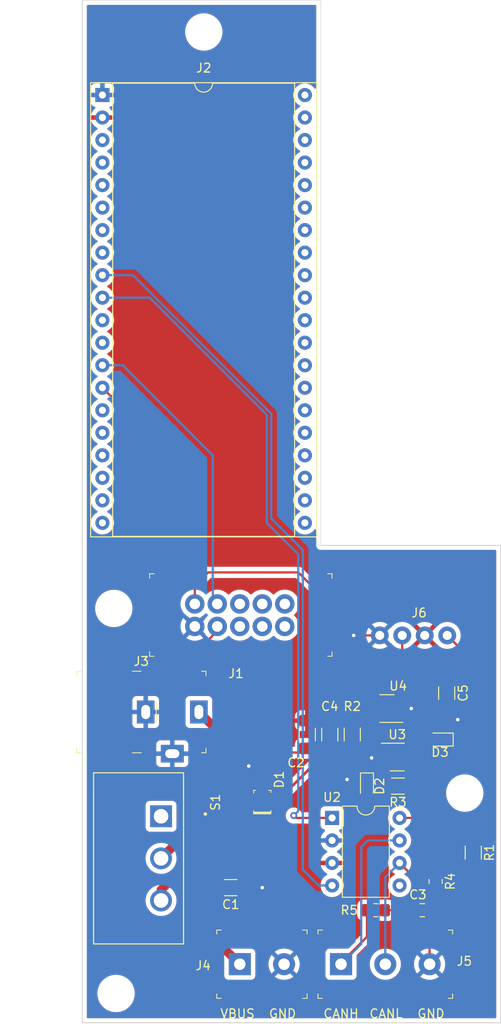
<source format=kicad_pcb>
(kicad_pcb (version 20211014) (generator pcbnew)
  (layers (0 "F.Cu" signal) (31 "B.Cu" signal) (34 "B.Paste" user) (35 "F.Paste" user) (36 "B.SilkS" user "B.Silkscreen") (37 "F.SilkS" user "F.Silkscreen") (38 "B.Mask" user) (39 "F.Mask" user) (44 "Edge.Cuts" user))
  (net 0 "")
  (net 1 "+3.3V")
  (net 2 "GND")
  (net 3 "Net-(J1-Pad3)")
  (net 4 "Net-(J1-Pad4)")
  (net 11 "VBUS")
  (net 18 "Net-(D2-Pad2)")
  (net 19 "Net-(J2-Pad10)")
  (net 28 "/CANH")
  (net 29 "/CANL")
  (net 30 "+5V")
  (net 32 "Net-(R2-Pad2)")
  (net 33 "Net-(C3-Pad1)")
  (net 36 "Net-(J3-Pad1)")
  (net 38 "Net-(D1-PadA)")
  (net 59 "Net-(U2-Pad4)")
  (net 60 "Net-(U2-Pad8)")
  (footprint "Package_TO_SOT_SMD:SOT-23-5" (layer "F.Cu") (at 120.75 103.75 180)
    (fp_text reference "U4" (at -1.27 2.54) (layer "F.SilkS"))
    (fp_text value "NCP718xSN330")
    (fp_line (start 0 -1.56) (end -1.8 -1.56) (layer "F.SilkS") (width 0.12))
    (fp_line (start 0 1.56) (end 0.8 1.56) (layer "F.SilkS") (width 0.12))
    (fp_line (start 0 -1.56) (end 0.8 -1.56) (layer "F.SilkS") (width 0.12))
    (fp_line (start 0 1.56) (end -0.8 1.56) (layer "F.SilkS") (width 0.12))
    (pad "1" smd roundrect (at -1.1375 -0.95 180) (size 1.325 0.6) (layers "F.Cu" "F.Paste" "F.Mask") (net 30 "+5V"))
    (pad "2" smd roundrect (at -1.1375 0 180) (size 1.325 0.6) (layers "F.Cu" "F.Paste" "F.Mask") (net 2 "GND"))
    (pad "3" smd roundrect (at -1.1375 0.95 180) (size 1.325 0.6) (layers "F.Cu" "F.Paste" "F.Mask") (net 30 "+5V"))
    (pad "4" smd roundrect (at 1.1375 0.95 180) (size 1.325 0.6) (layers "F.Cu" "F.Paste" "F.Mask"))
    (pad "5" smd roundrect (at 1.1375 -0.95 180) (size 1.325 0.6) (layers "F.Cu" "F.Paste" "F.Mask") (net 1 "+3.3V"))
  )
  (footprint "MountingHole:MountingHole_3.2mm_M3" (layer "F.Cu") (at 100.076 27.432)
    (fp_text reference "REF**" hide)
    (fp_text value "MountingHole_3.2mm_M3" hide)
    (pad "" np_thru_hole circle (at 0 0) (size 3.2 3.2) (drill 3.2) (layers *.Cu *.Mask))
  )
  (footprint "Capacitor_SMD:C_1206_3216Metric_Pad1.33x1.80mm_HandSolder" (layer "F.Cu") (at 114.3 106.68 -90)
    (fp_text reference "C4" (at -3.175 0 180) (layer "F.SilkS"))
    (fp_text value "10uF")
    (fp_line (start -0.711252 0.91) (end 0.711252 0.91) (layer "F.SilkS") (width 0.12))
    (fp_line (start -0.711252 -0.91) (end 0.711252 -0.91) (layer "F.SilkS") (width 0.12))
    (pad "1" smd roundrect (at -1.5625 0 270) (size 1.325 1.8) (layers "F.Cu" "F.Paste" "F.Mask") (roundrect_rratio 0.1886792453) (net 1 "+3.3V"))
    (pad "2" smd roundrect (at 1.5625 0 270) (size 1.325 1.8) (layers "F.Cu" "F.Paste" "F.Mask") (roundrect_rratio 0.1886792453) (net 2 "GND"))
  )
  (footprint "Capacitor_SMD:C_1206_3216Metric_Pad1.33x1.80mm_HandSolder" (layer "F.Cu") (at 111.76 106.68 -90)
    (fp_text reference "C2" (at 3.175 1.27 180) (layer "F.SilkS"))
    (fp_text value "10uF")
    (fp_line (start -0.711252 -0.91) (end 0.711252 -0.91) (layer "F.SilkS") (width 0.12))
    (fp_line (start -0.711252 0.91) (end 0.711252 0.91) (layer "F.SilkS") (width 0.12))
    (pad "1" smd roundrect (at -1.5625 0 270) (size 1.325 1.8) (layers "F.Cu" "F.Paste" "F.Mask") (roundrect_rratio 0.1886792453) (net 30 "+5V"))
    (pad "2" smd roundrect (at 1.5625 0 270) (size 1.325 1.8) (layers "F.Cu" "F.Paste" "F.Mask") (roundrect_rratio 0.1886792453) (net 2 "GND"))
  )
  (footprint "digikey-footprints:Barrel_Jack_5.5mmODx2.1mmID_PJ-102A" (layer "F.Cu") (at 96.52 104.14 90)
    (fp_text reference "J3" (at 5.715 -3.5 180) (layer "F.SilkS"))
    (fp_text value "PJ-102A")
    (fp_line (start 4.6 -10.8) (end 4.1 -10.8) (layer "F.SilkS") (width 0.1))
    (fp_line (start 4.6 -10.8) (end 4.6 -10.3) (layer "F.SilkS") (width 0.1))
    (fp_line (start -4.6 -10.8) (end -4.1 -10.8) (layer "F.SilkS") (width 0.1))
    (fp_line (start -4.6 3.8) (end -4.1 3.8) (layer "F.SilkS") (width 0.1))
    (fp_line (start -4.6 -10.8) (end -4.6 -10.3) (layer "F.SilkS") (width 0.1))
    (fp_line (start 4.6 3.8) (end 4.6 3.3) (layer "F.SilkS") (width 0.1))
    (fp_line (start -4.6 -3.5) (end -4.6 -4.5) (layer "F.SilkS") (width 0.1))
    (fp_line (start 4.6 3.8) (end 4.1 3.8) (layer "F.SilkS") (width 0.1))
    (fp_line (start -4.6 3.8) (end -4.6 3.3) (layer "F.SilkS") (width 0.1))
    (fp_line (start -1.2 -1.8) (end 1.2 -1.8) (layer "F.SilkS") (width 0.1))
    (fp_line (start 4.6 -3.5) (end 4.6 -4.5) (layer "F.SilkS") (width 0.1))
    (pad "1" thru_hole rect locked (at 0 3 90) (size 2.6 2) (drill oval 1.6 1) (layers *.Cu *.Mask) (net 36 "Net-(J3-Pad1)"))
    (pad "2" thru_hole rect locked (at 0 -3 90) (size 2.6 2) (drill oval 1.6 1) (layers *.Cu *.Mask) (net 2 "GND"))
    (pad "3" thru_hole rect locked (at -4.7 0 90) (size 2 2.6) (drill oval 1 1.6) (layers *.Cu *.Mask) (net 2 "GND"))
  )
  (footprint "digikey-footprints:SOD-123" (layer "F.Cu") (at 106.68 114.3 90)
    (fp_text reference "D1" (at 2.54 1.905 90) (layer "F.SilkS"))
    (fp_text value "1N5819HW-7-F")
    (fp_line (start 1.325 0.725) (end 1.325 0.975) (layer "F.SilkS") (width 0.1))
    (fp_line (start -0.975 -0.975) (end -1.325 -0.975) (layer "F.SilkS") (width 0.1))
    (fp_line (start -1.325 -0.975) (end -1.325 0.975) (layer "F.SilkS") (width 0.1))
    (fp_line (start 1.325 0.975) (end 1.075 0.975) (layer "F.SilkS") (width 0.1))
    (fp_line (start -1.225 -0.975) (end -1.225 0.975) (layer "F.SilkS") (width 0.1))
    (fp_line (start -1.125 -0.975) (end -1.125 0.975) (layer "F.SilkS") (width 0.1))
    (fp_line (start -0.975 0.975) (end -1.325 0.975) (layer "F.SilkS") (width 0.1))
    (fp_line (start 1.325 -0.975) (end 1.325 -0.75) (layer "F.SilkS") (width 0.1))
    (fp_line (start 1.025 -0.975) (end 1.325 -0.975) (layer "F.SilkS") (width 0.1))
    (pad "A" smd rect locked (at 1.575 0 90) (size 0.9 0.95) (layers "F.Cu" "F.Paste" "F.Mask") (net 38 "Net-(D1-PadA)"))
    (pad "K" smd rect locked (at -1.575 0 90) (size 0.9 0.95) (layers "F.Cu" "F.Paste" "F.Mask") (net 11 "VBUS"))
  )
  (footprint "Switches:SW_L102021ML04Q" (layer "F.Cu") (at 95.25 120.65 -90)
    (fp_text reference "S1" (at -6.325 -6.135 -90) (layer "F.SilkS"))
    (fp_text value "L102021ML04Q")
    (fp_line (start 9.65 -2.54) (end 9.65 7.62) (layer "F.SilkS") (width 0.127))
    (fp_line (start 9.65 7.62) (end -9.65 7.62) (layer "F.SilkS") (width 0.127))
    (fp_line (start -9.65 7.62) (end -9.65 -2.54) (layer "F.SilkS") (width 0.127))
    (fp_line (start -9.65 -2.54) (end 9.65 -2.54) (layer "F.SilkS") (width 0.127))
    (fp_circle (center -5 -5) (end -4.9 -5) (layer "F.SilkS") (width 0.2) (fill none))
    (pad "1" thru_hole rect (at -4.75 0 270) (size 2.475 2.475) (drill 1.65) (layers *.Cu *.Mask))
    (pad "2" thru_hole circle (at 0 0 270) (size 2.475 2.475) (drill 1.65) (layers *.Cu *.Mask) (net 36 "Net-(J3-Pad1)"))
    (pad "3" thru_hole circle (at 4.75 0 270) (size 2.475 2.475) (drill 1.65) (layers *.Cu *.Mask) (net 38 "Net-(D1-PadA)"))
  )
  (footprint "Resistor_SMD:R_0805_2012Metric_Pad1.20x1.40mm_HandSolder" (layer "F.Cu") (at 119.5 126.5)
    (fp_text reference "R5" (at -3 0) (layer "F.SilkS"))
    (fp_text value "60R")
    (fp_line (start -0.227064 0.735) (end 0.227064 0.735) (layer "F.SilkS") (width 0.12))
    (fp_line (start -0.227064 -0.735) (end 0.227064 -0.735) (layer "F.SilkS") (width 0.12))
    (pad "1" smd roundrect (at -1 0) (size 1.2 1.4) (layers "F.Cu" "F.Paste" "F.Mask") (roundrect_rratio 0.208333) (net 28 "/CANH"))
    (pad "2" smd roundrect (at 1 0) (size 1.2 1.4) (layers "F.Cu" "F.Paste" "F.Mask") (roundrect_rratio 0.208333) (net 33 "Net-(C3-Pad1)"))
  )
  (footprint "MountingHole:MountingHole_3.2mm_M3" (layer "F.Cu") (at 129.54 113.284)
    (fp_text reference "REF**" hide)
    (fp_text value "MountingHole_3.2mm_M3" hide)
    (pad "" np_thru_hole circle (at 0 0) (size 3.2 3.2) (drill 3.2) (layers *.Cu *.Mask))
  )
  (footprint "digikey-footprints:Term_Block_1x3_P5mm" (layer "F.Cu") (at 115.57 132.588)
    (fp_text reference "J5" (at 13.93 -0.338) (layer "F.SilkS"))
    (fp_text value "OSTTC030162")
    (fp_line (start 12.6 3.85) (end 12.1 3.85) (layer "F.SilkS") (width 0.1))
    (fp_line (start -2.6 3.85) (end -2.6 3.35) (layer "F.SilkS") (width 0.1))
    (fp_line (start 12.6 3.85) (end 12.6 3.35) (layer "F.SilkS") (width 0.1))
    (fp_line (start 12.6 -3.85) (end 12.1 -3.85) (layer "F.SilkS") (width 0.1))
    (fp_line (start -2.6 3.85) (end -2.1 3.85) (layer "F.SilkS") (width 0.1))
    (fp_line (start -2.6 -3.85) (end -2.6 -3.4) (layer "F.SilkS") (width 0.1))
    (fp_line (start 12.6 -3.85) (end 12.6 -3.4) (layer "F.SilkS") (width 0.1))
    (fp_line (start -2.6 -3.85) (end -2.1 -3.85) (layer "F.SilkS") (width 0.1))
    (pad "1" thru_hole rect locked (at 0 0) (size 2.5 2.5) (drill 1.3) (layers *.Cu *.Mask) (net 28 "/CANH"))
    (pad "2" thru_hole circle locked (at 5 0) (size 2.5 2.5) (drill 1.3) (layers *.Cu *.Mask) (net 29 "/CANL"))
    (pad "3" thru_hole circle locked (at 10 0) (size 2.5 2.5) (drill 1.3) (layers *.Cu *.Mask) (net 2 "GND"))
  )
  (footprint "digikey-footprints:PinHeader_1x4_P2.54mm_Drill1.02mm" (layer "F.Cu") (at 119.94 95.5)
    (fp_text reference "J6" (at 4.445 -2.54) (layer "F.SilkS"))
    (fp_text value "0022232041")
    (pad "1" thru_hole circle (at 0 0) (size 2.02 2.02) (drill 1.02) (layers *.Cu *.Mask) (net 2 "GND"))
    (pad "2" thru_hole circle (at 2.54 0) (size 2.02 2.02) (drill 1.02) (layers *.Cu *.Mask) (net 1 "+3.3V"))
    (pad "3" thru_hole circle (at 5.08 0) (size 2.02 2.02) (drill 1.02) (layers *.Cu *.Mask) (net 30 "+5V"))
    (pad "4" thru_hole circle (at 7.62 0) (size 2.02 2.02) (drill 1.02) (layers *.Cu *.Mask) (net 11 "VBUS"))
  )
  (footprint "digikey-footprints:PinHeader_2x5_P2.54mm_Drill1.2mm" (layer "F.Cu") (at 99.06 91.948)
    (fp_text reference "J1" (at 4.657 7.854) (layer "F.SilkS"))
    (fp_text value "302-S101")
    (fp_line (start 15.5 -3.4) (end 15.5 -2.9) (layer "F.SilkS") (width 0.1))
    (fp_line (start -5.1 -3.4) (end -5.1 -2.9) (layer "F.SilkS") (width 0.1))
    (fp_line (start 15.5 5.9) (end 15.5 5.4) (layer "F.SilkS") (width 0.1))
    (fp_line (start -5.1 -3.4) (end -4.6 -3.4) (layer "F.SilkS") (width 0.1))
    (fp_line (start 15.5 5.9) (end 15 5.9) (layer "F.SilkS") (width 0.1))
    (fp_line (start -5.1 5.9) (end -4.6 5.9) (layer "F.SilkS") (width 0.1))
    (fp_line (start -5.1 5.9) (end -5.1 5.4) (layer "F.SilkS") (width 0.1))
    (fp_line (start 15.5 -3.4) (end 15 -3.4) (layer "F.SilkS") (width 0.1))
    (pad "1" thru_hole circle locked (at 0 0) (size 2.2 2.2) (drill 1.2) (layers *.Cu *.Mask) (net 1 "+3.3V"))
    (pad "2" thru_hole circle locked (at 0 2.54) (size 2.2 2.2) (drill 1.2) (layers *.Cu *.Mask) (net 2 "GND"))
    (pad "3" thru_hole circle locked (at 2.54 0) (size 2.2 2.2) (drill 1.2) (layers *.Cu *.Mask) (net 3 "Net-(J1-Pad3)"))
    (pad "4" thru_hole circle locked (at 2.54 2.54) (size 2.2 2.2) (drill 1.2) (layers *.Cu *.Mask) (net 4 "Net-(J1-Pad4)"))
    (pad "5" thru_hole circle locked (at 5.08 0) (size 2.2 2.2) (drill 1.2) (layers *.Cu *.Mask))
    (pad "6" thru_hole circle locked (at 5.08 2.54) (size 2.2 2.2) (drill 1.2) (layers *.Cu *.Mask))
    (pad "7" thru_hole circle locked (at 7.62 0) (size 2.2 2.2) (drill 1.2) (layers *.Cu *.Mask))
    (pad "8" thru_hole circle locked (at 7.62 2.54) (size 2.2 2.2) (drill 1.2) (layers *.Cu *.Mask))
    (pad "9" thru_hole circle locked (at 10.16 0) (size 2.2 2.2) (drill 1.2) (layers *.Cu *.Mask))
    (pad "10" thru_hole circle locked (at 10.16 2.54) (size 2.2 2.2) (drill 1.2) (layers *.Cu *.Mask))
  )
  (footprint "Resistor_SMD:R_1206_3216Metric_Pad1.30x1.75mm_HandSolder" (layer "F.Cu") (at 130.5 120 -90)
    (fp_text reference "R1" (at 0 -1.82 90) (layer "F.SilkS"))
    (fp_text value "10k")
    (fp_line (start -0.727064 -0.91) (end 0.727064 -0.91) (layer "F.SilkS") (width 0.12))
    (fp_line (start -0.727064 0.91) (end 0.727064 0.91) (layer "F.SilkS") (width 0.12))
    (pad "1" smd roundrect (at -1.55 0 270) (size 1.3 1.75) (layers "F.Cu" "F.Paste" "F.Mask") (roundrect_rratio 0.192308) (net 60 "Net-(U2-Pad8)"))
    (pad "2" smd roundrect (at 1.55 0 270) (size 1.3 1.75) (layers "F.Cu" "F.Paste" "F.Mask") (roundrect_rratio 0.192308) (net 2 "GND"))
  )
  (footprint "Capacitor_SMD:C_0805_2012Metric_Pad1.18x1.45mm_HandSolder" (layer "F.Cu") (at 124.75 126.5)
    (fp_text reference "C3" (at -0.5 -1.75) (layer "F.SilkS"))
    (fp_text value "1nF")
    (fp_line (start -0.261252 -0.735) (end 0.261252 -0.735) (layer "F.SilkS") (width 0.12))
    (fp_line (start -0.261252 0.735) (end 0.261252 0.735) (layer "F.SilkS") (width 0.12))
    (pad "1" smd roundrect (at -1.0375 0) (size 1.175 1.45) (layers "F.Cu" "F.Paste" "F.Mask") (roundrect_rratio 0.212766) (net 33 "Net-(C3-Pad1)"))
    (pad "2" smd roundrect (at 1.0375 0) (size 1.175 1.45) (layers "F.Cu" "F.Paste" "F.Mask") (roundrect_rratio 0.212766) (net 2 "GND"))
  )
  (footprint "Capacitor_SMD:C_1206_3216Metric_Pad1.33x1.80mm_HandSolder" (layer "F.Cu") (at 103.124 123.952)
    (fp_text reference "C1" (at 0 1.905) (layer "F.SilkS"))
    (fp_text value "10uF")
    (fp_line (start -0.711252 0.91) (end 0.711252 0.91) (layer "F.SilkS") (width 0.12))
    (fp_line (start -0.711252 -0.91) (end 0.711252 -0.91) (layer "F.SilkS") (width 0.12))
    (pad "1" smd roundrect (at -1.5625 0) (size 1.325 1.8) (layers "F.Cu" "F.Paste" "F.Mask") (roundrect_rratio 0.1886792453) (net 11 "VBUS"))
    (pad "2" smd roundrect (at 1.5625 0) (size 1.325 1.8) (layers "F.Cu" "F.Paste" "F.Mask") (roundrect_rratio 0.1886792453) (net 2 "GND"))
  )
  (footprint "digikey-footprints:Term_Block_1x2_P5mm" (layer "F.Cu") (at 104.14 132.588)
    (fp_text reference "J4" (at -4.14 0.162) (layer "F.SilkS"))
    (fp_text value "OSTTC020162")
    (fp_line (start -2.6 3.85) (end -2.1 3.85) (layer "F.SilkS") (width 0.1))
    (fp_line (start -2.6 -3.85) (end -2.6 -3.4) (layer "F.SilkS") (width 0.1))
    (fp_line (start -2.6 3.85) (end -2.6 3.35) (layer "F.SilkS") (width 0.1))
    (fp_line (start 7.6 3.85) (end 7.1 3.85) (layer "F.SilkS") (width 0.1))
    (fp_line (start 7.6 -3.85) (end 7.1 -3.85) (layer "F.SilkS") (width 0.1))
    (fp_line (start 7.6 -3.85) (end 7.6 -3.4) (layer "F.SilkS") (width 0.1))
    (fp_line (start -2.6 -3.85) (end -2.1 -3.85) (layer "F.SilkS") (width 0.1))
    (fp_line (start 7.6 3.85) (end 7.6 3.35) (layer "F.SilkS") (width 0.1))
    (pad "1" thru_hole rect locked (at 0 0) (size 2.5 2.5) (drill 1.3) (layers *.Cu *.Mask) (net 11 "VBUS"))
    (pad "2" thru_hole circle locked (at 5 0) (size 2.5 2.5) (drill 1.3) (layers *.Cu *.Mask) (net 2 "GND"))
  )
  (footprint "Package_DIP:DIP-8_W7.62mm" (layer "F.Cu") (at 114.564 116.088)
    (fp_text reference "U2" (at -0.01 -2.33) (layer "F.SilkS"))
    (fp_text value "MCP2551-I-P")
    (fp_line (start 1.16 8.95) (end 6.46 8.95) (layer "F.SilkS") (width 0.12))
    (fp_line (start 6.46 -1.33) (end 4.81 -1.33) (layer "F.SilkS") (width 0.12))
    (fp_line (start 6.46 8.95) (end 6.46 -1.33) (layer "F.SilkS") (width 0.12))
    (fp_line (start 2.81 -1.33) (end 1.16 -1.33) (layer "F.SilkS") (width 0.12))
    (fp_line (start 1.16 -1.33) (end 1.16 8.95) (layer "F.SilkS") (width 0.12))
    (fp_arc (start 4.81 -1.33) (mid 3.81 -0.33) (end 2.81 -1.33) (layer "F.SilkS") (width 0.12))
    (pad "1" thru_hole rect (at 0 0) (size 1.6 1.6) (drill 0.8) (layers *.Cu *.Mask) (net 19 "Net-(J2-Pad10)"))
    (pad "2" thru_hole oval (at 0 2.54) (size 1.6 1.6) (drill 0.8) (layers *.Cu *.Mask) (net 2 "GND"))
    (pad "3" thru_hole oval (at 0 5.08) (size 1.6 1.6) (drill 0.8) (layers *.Cu *.Mask) (net 30 "+5V"))
    (pad "4" thru_hole oval (at 0 7.62) (size 1.6 1.6) (drill 0.8) (layers *.Cu *.Mask) (net 59 "Net-(U2-Pad4)"))
    (pad "5" thru_hole oval (at 7.62 7.62) (size 1.6 1.6) (drill 0.8) (layers *.Cu *.Mask))
    (pad "6" thru_hole oval (at 7.62 5.08) (size 1.6 1.6) (drill 0.8) (layers *.Cu *.Mask) (net 29 "/CANL"))
    (pad "7" thru_hole oval (at 7.62 2.54) (size 1.6 1.6) (drill 0.8) (layers *.Cu *.Mask) (net 28 "/CANH"))
    (pad "8" thru_hole oval (at 7.62 0) (size 1.6 1.6) (drill 0.8) (layers *.Cu *.Mask) (net 60 "Net-(U2-Pad8)"))
  )
  (footprint "Resistor_SMD:R_1206_3216Metric_Pad1.30x1.75mm_HandSolder" (layer "F.Cu") (at 122 112.5 180)
    (fp_text reference "R3" (at 0 -1.82) (layer "F.SilkS"))
    (fp_text value "1k6")
    (fp_line (start -0.727064 0.91) (end 0.727064 0.91) (layer "F.SilkS") (width 0.12))
    (fp_line (start -0.727064 -0.91) (end 0.727064 -0.91) (layer "F.SilkS") (width 0.12))
    (pad "1" smd roundrect (at -1.55 0 180) (size 1.3 1.75) (layers "F.Cu" "F.Paste" "F.Mask") (roundrect_rratio 0.192308) (net 30 "+5V"))
    (pad "2" smd roundrect (at 1.55 0 180) (size 1.3 1.75) (layers "F.Cu" "F.Paste" "F.Mask") (roundrect_rratio 0.192308) (net 18 "Net-(D2-Pad2)"))
  )
  (footprint "Package_TO_SOT_SMD:SOT-23-5" (layer "F.Cu") (at 121.92 109.22)
    (fp_text reference "U3" (at 0 -2.54) (layer "F.SilkS"))
    (fp_text value "NCP718xSN500")
    (fp_line (start 0 1.56) (end -0.8 1.56) (layer "F.SilkS") (width 0.12))
    (fp_line (start 0 -1.56) (end 0.8 -1.56) (layer "F.SilkS") (width 0.12))
    (fp_line (start 0 1.56) (end 0.8 1.56) (layer "F.SilkS") (width 0.12))
    (fp_line (start 0 -1.56) (end -1.8 -1.56) (layer "F.SilkS") (width 0.12))
    (pad "1" smd roundrect (at -1.1375 -0.95) (size 1.325 0.6) (layers "F.Cu" "F.Paste" "F.Mask") (net 11 "VBUS"))
    (pad "2" smd roundrect (at -1.1375 0) (size 1.325 0.6) (layers "F.Cu" "F.Paste" "F.Mask") (net 2 "GND"))
    (pad "3" smd roundrect (at -1.1375 0.95) (size 1.325 0.6) (layers "F.Cu" "F.Paste" "F.Mask") (net 11 "VBUS"))
    (pad "4" smd roundrect (at 1.1375 0.95) (size 1.325 0.6) (layers "F.Cu" "F.Paste" "F.Mask"))
    (pad "5" smd roundrect (at 1.1375 -0.95) (size 1.325 0.6) (layers "F.Cu" "F.Paste" "F.Mask") (net 30 "+5V"))
  )
  (footprint "Capacitor_SMD:C_1206_3216Metric_Pad1.33x1.80mm_HandSolder" (layer "F.Cu") (at 127.5 102 -90)
    (fp_text reference "C5" (at 0 -1.85 90) (layer "F.SilkS"))
    (fp_text value "100nF")
    (fp_line (start -0.711252 -0.91) (end 0.711252 -0.91) (layer "F.SilkS") (width 0.12))
    (fp_line (start -0.711252 0.91) (end 0.711252 0.91) (layer "F.SilkS") (width 0.12))
    (pad "1" smd roundrect (at -1.5625 0 270) (size 1.325 1.8) (layers "F.Cu" "F.Paste" "F.Mask") (roundrect_rratio 0.188679) (net 1 "+3.3V"))
    (pad "2" smd roundrect (at 1.5625 0 270) (size 1.325 1.8) (layers "F.Cu" "F.Paste" "F.Mask") (roundrect_rratio 0.188679) (net 2 "GND"))
  )
  (footprint "Resistor_SMD:R_1206_3216Metric_Pad1.30x1.75mm_HandSolder" (layer "F.Cu") (at 116.84 106.68 -90)
    (fp_text reference "R2" (at -3.175 0 180) (layer "F.SilkS"))
    (fp_text value "750R")
    (fp_line (start -0.727064 0.91) (end 0.727064 0.91) (layer "F.SilkS") (width 0.12))
    (fp_line (start -0.727064 -0.91) (end 0.727064 -0.91) (layer "F.SilkS") (width 0.12))
    (pad "1" smd roundrect (at -1.55 0 270) (size 1.3 1.75) (layers "F.Cu" "F.Paste" "F.Mask") (roundrect_rratio 0.1923076923) (net 1 "+3.3V"))
    (pad "2" smd roundrect (at 1.55 0 270) (size 1.3 1.75) (layers "F.Cu" "F.Paste" "F.Mask") (roundrect_rratio 0.1923076923) (net 32 "Net-(R2-Pad2)"))
  )
  (footprint "Resistor_SMD:R_0805_2012Metric_Pad1.20x1.40mm_HandSolder" (layer "F.Cu") (at 126.25 123.25 -90)
    (fp_text reference "R4" (at 0 -1.65 90) (layer "F.SilkS"))
    (fp_text value "60R")
    (fp_line (start -0.227064 0.735) (end 0.227064 0.735) (layer "F.SilkS") (width 0.12))
    (fp_line (start -0.227064 -0.735) (end 0.227064 -0.735) (layer "F.SilkS") (width 0.12))
    (pad "1" smd roundrect (at -1 0 270) (size 1.2 1.4) (layers "F.Cu" "F.Paste" "F.Mask") (roundrect_rratio 0.208333) (net 29 "/CANL"))
    (pad "2" smd roundrect (at 1 0 270) (size 1.2 1.4) (layers "F.Cu" "F.Paste" "F.Mask") (roundrect_rratio 0.208333) (net 33 "Net-(C3-Pad1)"))
  )
  (footprint "MountingHole:MountingHole_3.2mm_M3" (layer "F.Cu") (at 89.916 92.456)
    (fp_text reference "REF**" hide)
    (fp_text value "MountingHole_3.2mm_M3" hide)
    (pad "" np_thru_hole circle (at 0 0) (size 3.2 3.2) (drill 3.2) (layers *.Cu *.Mask))
  )
  (footprint "Package_DIP:DIP-40_W22.86_Socket" (layer "F.Cu") (at 100.076 57.404)
    (fp_text reference "J2" (at 0 -25.908 unlocked) (layer "F.SilkS"))
    (fp_text value "LPC1768 Socket")
    (fp_line (start -10.286 -24.19) (end -10.286 26.924) (layer "F.SilkS") (width 0.12))
    (fp_line (start -10.286 26.924) (end 10.254 26.924) (layer "F.SilkS") (width 0.12))
    (fp_line (start 10.254 -24.19) (end 0.984 -24.19) (layer "F.SilkS") (width 0.12))
    (fp_line (start -12.776 26.984) (end 12.744 26.984) (layer "F.SilkS") (width 0.12))
    (fp_line (start 10.254 26.924) (end 10.254 -24.19) (layer "F.SilkS") (width 0.12))
    (fp_line (start -12.776 -24.25) (end -12.776 26.984) (layer "F.SilkS") (width 0.12))
    (fp_line (start -1.016 -24.19) (end -10.286 -24.19) (layer "F.SilkS") (width 0.12))
    (fp_line (start 12.744 26.984) (end 12.744 -24.25) (layer "F.SilkS") (width 0.12))
    (fp_line (start 12.744 -24.25) (end -12.776 -24.25) (layer "F.SilkS") (width 0.12))
    (fp_arc (start 0.984 -24.19) (mid -0.016 -23.19) (end -1.016 -24.19) (layer "F.SilkS") (width 0.12))
    (pad "1" thru_hole rect (at -11.446 -22.86) (size 1.6 1.6) (drill 0.8) (layers *.Cu *.Mask) (net 2 "GND"))
    (pad "2" thru_hole oval (at -11.446 -20.32) (size 1.6 1.6) (drill 0.8) (layers *.Cu *.Mask) (net 30 "+5V"))
    (pad "3" thru_hole oval (at -11.446 -17.78) (size 1.6 1.6) (drill 0.8) (layers *.Cu *.Mask))
    (pad "4" thru_hole oval (at -11.446 -15.24) (size 1.6 1.6) (drill 0.8) (layers *.Cu *.Mask))
    (pad "5" thru_hole oval (at -11.446 -12.7) (size 1.6 1.6) (drill 0.8) (layers *.Cu *.Mask))
    (pad "6" thru_hole oval (at -11.446 -10.16) (size 1.6 1.6) (drill 0.8) (layers *.Cu *.Mask))
    (pad "7" thru_hole oval (at -11.446 -7.62) (size 1.6 1.6) (drill 0.8) (layers *.Cu *.Mask))
    (pad "8" thru_hole oval (at -11.446 -5.08) (size 1.6 1.6) (drill 0.8) (layers *.Cu *.Mask))
    (pad "9" thru_hole oval (at -11.446 -2.54) (size 1.6 1.6) (drill 0.8) (layers *.Cu *.Mask) (net 59 "Net-(U2-Pad4)"))
    (pad "10" thru_hole oval (at -11.446 0) (size 1.6 1.6) (drill 0.8) (layers *.Cu *.Mask) (net 19 "Net-(J2-Pad10)"))
    (pad "11" thru_hole oval (at -11.446 2.54) (size 1.6 1.6) (drill 0.8) (layers *.Cu *.Mask))
    (pad "12" thru_hole oval (at -11.446 5.08) (size 1.6 1.6) (drill 0.8) (layers *.Cu *.Mask))
    (pad "13" thru_hole oval (at -11.446 7.62) (size 1.6 1.6) (drill 0.8) (layers *.Cu *.Mask) (net 3 "Net-(J1-Pad3)"))
    (pad "14" thru_hole oval (at -11.446 10.16) (size 1.6 1.6) (drill 0.8) (layers *.Cu *.Mask) (net 4 "Net-(J1-Pad4)"))
    (pad "15" thru_hole oval (at -11.446 12.7) (size 1.6 1.6) (drill 0.8) (layers *.Cu *.Mask))
    (pad "16" thru_hole oval (at -11.446 15.24) (size 1.6 1.6) (drill 0.8) (layers *.Cu *.Mask))
    (pad "17" thru_hole oval (at -11.446 17.78) (size 1.6 1.6) (drill 0.8) (layers *.Cu *.Mask))
    (pad "18" thru_hole oval (at -11.446 20.32) (size 1.6 1.6) (drill 0.8) (layers *.Cu *.Mask))
    (pad "19" thru_hole oval (at -11.446 22.86) (size 1.6 1.6) (drill 0.8) (layers *.Cu *.Mask))
    (pad "20" thru_hole oval (at -11.446 25.4) (size 1.6 1.6) (drill 0.8) (layers *.Cu *.Mask))
    (pad "21" thru_hole oval (at 11.414 25.4) (size 1.6 1.6) (drill 0.8) (layers *.Cu *.Mask))
    (pad "22" thru_hole oval (at 11.414 22.86) (size 1.6 1.6) (drill 0.8) (layers *.Cu *.Mask))
    (pad "23" thru_hole oval (at 11.414 20.32) (size 1.6 1.6) (drill 0.8) (layers *.Cu *.Mask))
    (pad "24" thru_hole oval (at 11.414 17.78) (size 1.6 1.6) (drill 0.8) (layers *.Cu *.Mask))
    (pad "25" thru_hole oval (at 11.414 15.24) (size 1.6 1.6) (drill 0.8) (layers *.Cu *.Mask))
    (pad "26" thru_hole oval (at 11.414 12.7) (size 1.6 1.6) (drill 0.8) (layers *.Cu *.Mask))
    (pad "27" thru_hole oval (at 11.414 10.16) (size 1.6 1.6) (drill 0.8) (layers *.Cu *.Mask))
    (pad "28" thru_hole oval (at 11.414 7.62) (size 1.6 1.6) (drill 0.8) (layers *.Cu *.Mask))
    (pad "29" thru_hole oval (at 11.414 5.08) (size 1.6 1.6) (drill 0.8) (layers *.Cu *.Mask))
    (pad "30" thru_hole oval (at 11.414 2.54) (size 1.6 1.6) (drill 0.8) (layers *.Cu *.Mask))
    (pad "31" thru_hole oval (at 11.414 0) (size 1.6 1.6) (drill 0.8) (layers *.Cu *.Mask))
    (pad "32" thru_hole oval (at 11.414 -2.54) (size 1.6 1.6) (drill 0.8) (layers *.Cu *.Mask))
    (pad "33" thru_hole oval (at 11.414 -5.08) (size 1.6 1.6) (drill 0.8) (layers *.Cu *.Mask))
    (pad "34" thru_hole oval (at 11.414 -7.62) (size 1.6 1.6) (drill 0.8) (layers *.Cu *.Mask))
    (pad "35" thru_hole oval (at 11.414 -10.16) (size 1.6 1.6) (drill 0.8) (layers *.Cu *.Mask))
    (pad "36" thru_hole oval (at 11.414 -12.7) (size 1.6 1.6) (drill 0.8) (layers *.Cu *.Mask))
    (pad "37" thru_hole oval (at 11.414 -15.24) (size 1.6 1.6) (drill 0.8) (layers *.Cu *.Mask))
    (pad "38" thru_hole oval (at 11.414 -17.78) (size 1.6 1.6) (drill 0.8) (layers *.Cu *.Mask))
    (pad "39" thru_hole oval (at 11.414 -20.32) (size 1.6 1.6) (drill 0.8) (layers *.Cu *.Mask))
    (pad "40" thru_hole oval (at 11.414 -22.86) (size 1.6 1.6) (drill 0.8) (layers *.Cu *.Mask))
  )
  (footprint "LED_SMD:LED_0603_1608Metric" (layer "F.Cu") (at 118.5 112.5 -90)
    (fp_text reference "D2" (at 0 -1.43 90) (layer "F.SilkS"))
    (fp_text value "LED Low current")
    (fp_line (start -1.485 -0.735) (end -1.485 0.735) (layer "F.SilkS") (width 0.12))
    (fp_line (start 0.8 -0.735) (end -1.485 -0.735) (layer "F.SilkS") (width 0.12))
    (fp_line (start -1.485 0.735) (end 0.8 0.735) (layer "F.SilkS") (width 0.12))
    (pad "1" smd roundrect (at -0.7875 0 270) (size 0.875 0.95) (layers "F.Cu" "F.Paste" "F.Mask") (net 2 "GND"))
    (pad "2" smd roundrect (at 0.7875 0 270) (size 0.875 0.95) (layers "F.Cu" "F.Paste" "F.Mask") (net 18 "Net-(D2-Pad2)"))
  )
  (footprint "MountingHole:MountingHole_3.2mm_M3" (layer "F.Cu") (at 90.17 135.89)
    (fp_text reference "REF**" hide)
    (fp_text value "MountingHole_3.2mm_M3" hide)
    (pad "" np_thru_hole circle (at 0 0) (size 3.2 3.2) (drill 3.2) (layers *.Cu *.Mask))
  )
  (footprint "LED_SMD:LED_0603_1608Metric" (layer "F.Cu") (at 126.75 107.25 180)
    (fp_text reference "D3" (at 0 -1.43) (layer "F.SilkS"))
    (fp_text value "LED Low current")
    (fp_line (start -1.485 -0.735) (end -1.485 0.735) (layer "F.SilkS") (width 0.12))
    (fp_line (start -1.485 0.735) (end 0.8 0.735) (layer "F.SilkS") (width 0.12))
    (fp_line (start 0.8 -0.735) (end -1.485 -0.735) (layer "F.SilkS") (width 0.12))
    (pad "1" smd roundrect (at -0.7875 0 180) (size 0.875 0.95) (layers "F.Cu" "F.Paste" "F.Mask") (net 2 "GND"))
    (pad "2" smd roundrect (at 0.7875 0 180) (size 0.875 0.95) (layers "F.Cu" "F.Paste" "F.Mask") (net 32 "Net-(R2-Pad2)"))
  )
  (gr_line (start 113.284 85.344) (end 133.604 85.344) (layer "Edge.Cuts") (width 0.1))
  (gr_line (start 113.284 23.876) (end 113.284 85.344) (layer "Edge.Cuts") (width 0.05))
  (gr_line (start 86.36 139.192) (end 86.36 23.876) (layer "Edge.Cuts") (width 0.1))
  (gr_line (start 133.604 85.344) (end 133.604 139.192) (layer "Edge.Cuts") (width 0.1))
  (gr_line (start 86.36 23.876) (end 113.284 23.876) (layer "Edge.Cuts") (width 0.05))
  (gr_line (start 133.604 139.192) (end 86.36 139.192) (layer "Edge.Cuts") (width 0.1))
  (gr_text "GND" (at 125.73 138.176) (layer "F.SilkS") (effects (font (size 1 1))))
  (gr_text "VBUS" (at 103.886 138.176) (layer "F.SilkS") (effects (font (size 1 1))))
  (gr_text "CANH" (at 115.57 138.176) (layer "F.SilkS") (effects (font (size 1 1))))
  (gr_text "CANL" (at 120.65 138.176) (layer "F.SilkS") (effects (font (size 1 1))))
  (gr_text "GND" (at 108.966 138.176) (layer "F.SilkS") (effects (font (size 1 1))))
  (segment (start 114.3125 105.13) (end 114.3 105.1175) (width 0.254) (layer "F.Cu") (net 1))
  (segment (start 112.776 90.424) (end 110.744 88.392) (width 0.254) (layer "F.Cu") (net 1))
  (segment (start 125.73 105.264408) (end 125.73 100.52) (width 0.254) (layer "F.Cu") (net 1))
  (segment (start 125.73 100.52) (end 127.4175 100.52) (width 0.254) (layer "F.Cu") (net 1))
  (segment (start 118.519 106.809) (end 120.691 106.809) (width 0.254) (layer "F.Cu") (net 1))
  (segment (start 122.48 97.27) (end 125.73 100.52) (width 0.254) (layer "F.Cu") (net 1))
  (segment (start 100.584 88.392) (end 99.06 89.916) (width 0.254) (layer "F.Cu") (net 1))
  (segment (start 110.744 88.392) (end 100.584 88.392) (width 0.254) (layer "F.Cu") (net 1))
  (segment (start 116.84 105.13) (end 118.519 106.809) (width 0.254) (layer "F.Cu") (net 1))
  (segment (start 112.776 102.108) (end 112.776 90.424) (width 0.254) (layer "F.Cu") (net 1))
  (segment (start 99.06 89.916) (end 99.06 91.948) (width 0.254) (layer "F.Cu") (net 1))
  (segment (start 127.4175 100.52) (end 127.5 100.4375) (width 0.254) (layer "F.Cu") (net 1))
  (segment (start 114.3 103.632) (end 112.776 102.108) (width 0.254) (layer "F.Cu") (net 1))
  (segment (start 116.84 105.13) (end 114.3125 105.13) (width 0.254) (layer "F.Cu") (net 1))
  (segment (start 124.185408 106.809) (end 125.73 105.264408) (width 0.254) (layer "F.Cu") (net 1))
  (segment (start 120.691 106.809) (end 124.185408 106.809) (width 0.254) (layer "F.Cu") (net 1))
  (segment (start 119.6125 104.7) (end 119.6125 106.809) (width 0.254) (layer "F.Cu") (net 1))
  (segment (start 114.3 105.1175) (end 114.3 103.632) (width 0.254) (layer "F.Cu") (net 1))
  (segment (start 122.48 95.5) (end 122.48 97.27) (width 0.254) (layer "F.Cu") (net 1))
  (segment (start 119.6125 106.809) (end 120.691 106.809) (width 0.254) (layer "F.Cu") (net 1))
  (segment (start 119.94 95.5) (end 117 95.5) (width 0.254) (layer "F.Cu") (net 2))
  (segment (start 125.7875 126.5) (end 125.57 126.7175) (width 0.254) (layer "F.Cu") (net 2))
  (segment (start 128.7125 105.0375) (end 128.75 105) (width 0.254) (layer "F.Cu") (net 2))
  (segment (start 127.5375 107.25) (end 127.5375 105.0375) (width 0.254) (layer "F.Cu") (net 2))
  (segment (start 119.121376 109.22) (end 119.027938 109.313438) (width 0.254) (layer "F.Cu") (net 2))
  (segment (start 106.68 123.952) (end 104.6865 123.952) (width 0.254) (layer "F.Cu") (net 2))
  (segment (start 125.7875 126.5) (end 128 126.5) (width 0.254) (layer "F.Cu") (net 2))
  (segment (start 111.1625 108.84) (end 111.76 108.2425) (width 0.254) (layer "F.Cu") (net 2))
  (segment (start 120.7825 109.22) (end 119.121376 109.22) (width 0.254) (layer "F.Cu") (net 2))
  (segment (start 105.156 108.712) (end 111.2905 108.712) (width 0.254) (layer "F.Cu") (net 2))
  (segment (start 127.5375 105.0375) (end 128.7125 105.0375) (width 0.254) (layer "F.Cu") (net 2))
  (segment (start 111.2905 108.712) (end 111.76 108.2425) (width 0.254) (layer "F.Cu") (net 2))
  (segment (start 130.5 124) (end 130.5 121.55) (width 0.254) (layer "F.Cu") (net 2))
  (segment (start 121.8875 103.75) (end 123.5 103.75) (width 0.254) (layer "F.Cu") (net 2))
  (segment (start 125.57 126.7175) (end 125.57 132.588) (width 0.254) (layer "F.Cu") (net 2))
  (segment (start 118.5 111.7125) (end 116.2875 111.7125) (width 0.254) (layer "F.Cu") (net 2))
  (segment (start 105.156 108.712) (end 105.156 110.236) (width 0.254) (layer "F.Cu") (net 2))
  (segment (start 116.2875 111.7125) (end 116.25 111.75) (width 0.254) (layer "F.Cu") (net 2))
  (segment (start 128 126.5) (end 130.5 124) (width 0.254) (layer "F.Cu") (net 2))
  (segment (start 111.76 108.2425) (end 114.3 108.2425) (width 0.254) (layer "F.Cu") (net 2))
  (segment (start 127.5375 105.0375) (end 127.5375 103.775) (width 0.254) (layer "F.Cu") (net 2))
  (via (at 123.5 103.75) (size 0.8) (drill 0.4) (layers "F.Cu" "B.Cu") (net 2))
  (via (at 106.68 123.952) (size 0.8) (drill 0.4) (layers "F.Cu" "B.Cu") (net 2))
  (via (at 128.75 105) (size 0.8) (drill 0.4) (layers "F.Cu" "B.Cu") (net 2))
  (via (at 119.027938 109.313438) (size 0.8) (drill 0.4) (layers "F.Cu" "B.Cu") (net 2))
  (via (at 105.156 110.236) (size 0.8) (drill 0.4) (layers "F.Cu" "B.Cu") (net 2))
  (via (at 116.25 111.75) (size 0.8) (drill 0.4) (layers "F.Cu" "B.Cu") (net 2))
  (via (at 117 95.5) (size 0.8) (drill 0.4) (layers "F.Cu" "B.Cu") (net 2))
  (segment (start 101.092 75.184) (end 101.092 91.44) (width 0.25) (layer "B.Cu") (net 3))
  (segment (start 90.932 65.024) (end 101.092 75.184) (width 0.25) (layer "B.Cu") (net 3))
  (segment (start 101.092 91.44) (end 101.6 91.948) (width 0.25) (layer "B.Cu") (net 3))
  (segment (start 88.63 65.024) (end 90.932 65.024) (width 0.25) (layer "B.Cu") (net 3))
  (segment (start 99.568 97.028) (end 101.6 94.996) (width 0.25) (layer "F.Cu") (net 4))
  (segment (start 97.028 75.962) (end 97.028 96.012) (width 0.25) (layer "F.Cu") (net 4))
  (segment (start 88.63 67.564) (end 97.028 75.962) (width 0.25) (layer "F.Cu") (net 4))
  (segment (start 98.044 97.028) (end 99.568 97.028) (width 0.25) (layer "F.Cu") (net 4))
  (segment (start 101.6 94.996) (end 101.6 94.488) (width 0.25) (layer "F.Cu") (net 4))
  (segment (start 97.028 96.012) (end 98.044 97.028) (width 0.25) (layer "F.Cu") (net 4))
  (segment (start 105.867 115.875) (end 103.886 117.856) (width 1) (layer "F.Cu") (net 11))
  (segment (start 122.5 109.25) (end 128.75 109.25) (width 0.25) (layer "F.Cu") (net 11))
  (segment (start 101.5615 123.952) (end 101.64 124.0305) (width 0.3) (layer "F.Cu") (net 11))
  (segment (start 106.68 115.875) (end 112.385 110.17) (width 0.3) (layer "F.Cu") (net 11))
  (segment (start 128.75 109.25) (end 130.75 107.25) (width 0.25) (layer "F.Cu") (net 11))
  (segment (start 120.7825 108.27) (end 121.52 108.27) (width 0.25) (layer "F.Cu") (net 11))
  (segment (start 130.75 107.25) (end 130.75 98.69) (width 0.25) (layer "F.Cu") (net 11))
  (segment (start 120.7825 108.27) (end 118.87 108.27) (width 0.3) (layer "F.Cu") (net 11))
  (segment (start 103.886 117.856) (end 101.5615 120.1805) (width 1) (layer "F.Cu") (net 11))
  (segment (start 130.75 98.69) (end 127.56 95.5) (width 0.25) (layer "F.Cu") (net 11))
  (segment (start 121.52 108.27) (end 122.5 109.25) (width 0.25) (layer "F.Cu") (net 11))
  (segment (start 118.14 110.14) (end 118.17 110.17) (width 0.3) (layer "F.Cu") (net 11))
  (segment (start 118.17 110.17) (end 118.43 110.17) (width 0.3) (layer "F.Cu") (net 11))
  (segment (start 101.64 124.0305) (end 101.64 130.088) (width 1) (layer "F.Cu") (net 11))
  (segment (start 101.64 130.088) (end 104.14 132.588) (width 1) (layer "F.Cu") (net 11))
  (segment (start 118.87 108.27) (end 118.14 109) (width 0.3) (layer "F.Cu") (net 11))
  (segment (start 118.43 110.17) (end 120.7825 110.17) (width 0.3) (layer "F.Cu") (net 11))
  (segment (start 118.14 109) (end 118.14 110.14) (width 0.3) (layer "F.Cu") (net 11))
  (segment (start 101.5615 123.952) (end 101.5615 120.1805) (width 1) (layer "F.Cu") (net 11))
  (segment (start 112.385 110.17) (end 118.17 110.17) (width 0.3) (layer "F.Cu") (net 11))
  (segment (start 106.68 115.875) (end 105.867 115.875) (width 1) (layer "F.Cu") (net 11))
  (segment (start 119.6625 113.2875) (end 120.45 112.5) (width 0.25) (layer "F.Cu") (net 18))
  (segment (start 118.5 113.2875) (end 119.6625 113.2875) (width 0.25) (layer "F.Cu") (net 18))
  (segment (start 110.5 116.088) (end 114.564 116.088) (width 0.25) (layer "F.Cu") (net 19))
  (segment (start 110.236 115.824) (end 110.5 116.088) (width 0.25) (layer "F.Cu") (net 19))
  (via (at 110.236 115.824) (size 0.8) (drill 0.4) (layers "F.Cu" "B.Cu") (net 19))
  (segment (start 93.98 57.404) (end 88.63 57.404) (width 0.25) (layer "B.Cu") (net 19))
  (segment (start 110.744 115.316) (end 110.744 86.36) (width 0.25) (layer "B.Cu") (net 19))
  (segment (start 110.744 86.36) (end 107.188 82.804) (width 0.25) (layer "B.Cu") (net 19))
  (segment (start 107.188 82.804) (end 107.188 70.612) (width 0.25) (layer "B.Cu") (net 19))
  (segment (start 110.236 115.824) (end 110.744 115.316) (width 0.25) (layer "B.Cu") (net 19))
  (segment (start 107.188 70.612) (end 93.98 57.404) (width 0.25) (layer "B.Cu") (net 19))
  (segment (start 115.57 132.43) (end 118.5 129.5) (width 0.25) (layer "F.Cu") (net 28))
  (segment (start 115.57 132.588) (end 115.57 132.43) (width 0.25) (layer "F.Cu") (net 28))
  (segment (start 118.5 129.5) (end 118.5 126.5) (width 0.25) (layer "F.Cu") (net 28))
  (segment (start 118.608 118.628) (end 117.856 119.38) (width 0.25) (layer "B.Cu") (net 28))
  (segment (start 117.856 119.38) (end 117.856 130.302) (width 0.25) (layer "B.Cu") (net 28))
  (segment (start 122.184 118.628) (end 118.608 118.628) (width 0.25) (layer "B.Cu") (net 28))
  (segment (start 117.856 130.302) (end 115.57 132.588) (width 0.25) (layer "B.Cu") (net 28))
  (segment (start 123.266 122.25) (end 126.25 122.25) (width 0.25) (layer "F.Cu") (net 29))
  (segment (start 122.184 121.168) (end 123.266 122.25) (width 0.25) (layer "F.Cu") (net 29))
  (segment (start 122.184 121.168) (end 120.57 122.782) (width 0.25) (layer "B.Cu") (net 29))
  (segment (start 120.57 122.782) (end 120.57 132.588) (width 0.25) (layer "B.Cu") (net 29))
  (segment (start 125.9625 107.25) (end 125.8975 107.315) (width 0.25) (layer "F.Cu") (net 32))
  (segment (start 117.755 107.315) (end 116.84 108.23) (width 0.25) (layer "F.Cu") (net 32))
  (segment (start 125.8975 107.315) (end 117.755 107.315) (width 0.25) (layer "F.Cu") (net 32))
  (segment (start 123.7125 126.5) (end 120.5 126.5) (width 0.25) (layer "F.Cu") (net 33))
  (segment (start 123.7125 126.5) (end 124 126.5) (width 0.25) (layer "F.Cu") (net 33))
  (segment (start 124 126.5) (end 126.25 124.25) (width 0.25) (layer "F.Cu") (net 33))
  (segment (start 102.616 107.236) (end 102.616 113.284) (width 1) (layer "F.Cu") (net 36))
  (segment (start 99.52 104.14) (end 102.616 107.236) (width 1) (layer "F.Cu") (net 36))
  (segment (start 102.616 113.284) (end 95.25 120.65) (width 1) (layer "F.Cu") (net 36))
  (segment (start 95.25 124.206) (end 95.25 125.4) (width 1) (layer "F.Cu") (net 38))
  (segment (start 106.68 112.776) (end 95.25 124.206) (width 1) (layer "F.Cu") (net 38))
  (segment (start 106.68 112.725) (end 106.68 112.776) (width 1) (layer "F.Cu") (net 38))
  (segment (start 92.076396 54.864) (end 107.696 70.483604) (width 0.25) (layer "B.Cu") (net 59))
  (segment (start 107.696 70.483604) (end 107.696 82.296) (width 0.25) (layer "B.Cu") (net 59))
  (segment (start 88.63 54.864) (end 92.076396 54.864) (width 0.25) (layer "B.Cu") (net 59))
  (segment (start 107.696 82.296) (end 111.252 85.852) (width 0.25) (layer "B.Cu") (net 59))
  (segment (start 113.04 123.708) (end 114.564 123.708) (width 0.25) (layer "B.Cu") (net 59))
  (segment (start 111.252 85.852) (end 111.252 121.92) (width 0.25) (layer "B.Cu") (net 59))
  (segment (start 111.252 121.92) (end 113.04 123.708) (width 0.25) (layer "B.Cu") (net 59))
  (segment (start 125.088 116.088) (end 127.45 118.45) (width 0.25) (layer "F.Cu") (net 60))
  (segment (start 127.45 118.45) (end 130.5 118.45) (width 0.25) (layer "F.Cu") (net 60))
  (segment (start 122.184 116.088) (end 125.088 116.088) (width 0.25) (layer "F.Cu") (net 60))
  (zone (net 30) (net_name "+5V") (layer "F.Cu") (connect_pads (clearance 0.508)) (min_thickness 0.254) (fill yes (thermal_gap 0.508) (thermal_bridge_width 0.508))
    (polygon (pts (xy 113.284 85.344) (xy 133.604 85.344) (xy 133.604 139.192) (xy 86.36 139.192) (xy 86.36 23.876) (xy 113.284 23.876)))
  )
  (zone (net 2) (net_name "GND") (layer "B.Cu") (connect_pads (clearance 0.508)) (min_thickness 0.254) (fill yes (thermal_gap 0.508) (thermal_bridge_width 0.508))
    (polygon (pts (xy 113.284 85.344) (xy 133.604 85.344) (xy 133.604 139.192) (xy 86.36 139.192) (xy 86.36 23.876) (xy 113.284 23.876)))
  )
)
</source>
